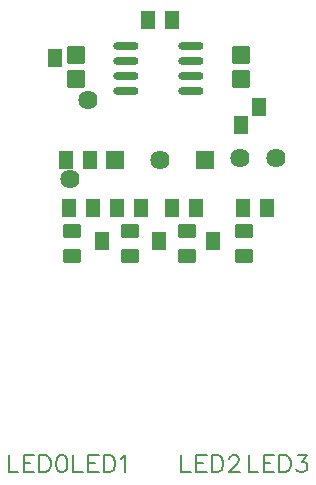
<source format=gts>
G04 Layer: TopSolderMaskLayer*
G04 EasyEDA v6.5.34, 2023-08-30 20:05:19*
G04 d9d8768bc7e54bd19914c32b40fdea81,ed70181f279245e6aff80281ee7dc86a,10*
G04 Gerber Generator version 0.2*
G04 Scale: 100 percent, Rotated: No, Reflected: No *
G04 Dimensions in millimeters *
G04 leading zeros omitted , absolute positions ,4 integer and 5 decimal *
%FSLAX45Y45*%
%MOMM*%

%AMMACRO1*1,1,$1,$2,$3*1,1,$1,$4,$5*1,1,$1,0-$2,0-$3*1,1,$1,0-$4,0-$5*20,1,$1,$2,$3,$4,$5,0*20,1,$1,$4,$5,0-$2,0-$3,0*20,1,$1,0-$2,0-$3,0-$4,0-$5,0*20,1,$1,0-$4,0-$5,$2,$3,0*4,1,4,$2,$3,$4,$5,0-$2,0-$3,0-$4,0-$5,$2,$3,0*%
%ADD10C,0.2000*%
%ADD11MACRO1,0.1016X-0.5663X-0.6885X-0.5663X0.6885*%
%ADD12O,2.1466048X0.68961*%
%ADD13MACRO1,0.1016X0.5663X-0.6885X0.5663X0.6885*%
%ADD14MACRO1,0.1016X-0.675X0.705X0.675X0.705*%
%ADD15MACRO1,0.1016X-0.675X-0.705X0.675X-0.705*%
%ADD16MACRO1,0.1016X0.675X-0.705X-0.675X-0.705*%
%ADD17MACRO1,0.1016X0.675X0.705X-0.675X0.705*%
%ADD18MACRO1,0.1016X0.6985X0.508X0.6985X-0.508*%
%ADD19MACRO1,0.1016X-0.7X-0.75X-0.7X0.75*%
%ADD20C,1.6256*%

%LPD*%
D10*
X3733800Y2488184D02*
G01*
X3733800Y2344928D01*
X3733800Y2344928D02*
G01*
X3815588Y2344928D01*
X3860545Y2488184D02*
G01*
X3860545Y2344928D01*
X3860545Y2488184D02*
G01*
X3949191Y2488184D01*
X3860545Y2419857D02*
G01*
X3915156Y2419857D01*
X3860545Y2344928D02*
G01*
X3949191Y2344928D01*
X3994150Y2488184D02*
G01*
X3994150Y2344928D01*
X3994150Y2488184D02*
G01*
X4041902Y2488184D01*
X4062475Y2481326D01*
X4076191Y2467610D01*
X4082795Y2454147D01*
X4089654Y2433573D01*
X4089654Y2399537D01*
X4082795Y2378963D01*
X4076191Y2365502D01*
X4062475Y2351786D01*
X4041902Y2344928D01*
X3994150Y2344928D01*
X4175506Y2488184D02*
G01*
X4155186Y2481326D01*
X4141470Y2461005D01*
X4134611Y2426715D01*
X4134611Y2406395D01*
X4141470Y2372360D01*
X4155186Y2351786D01*
X4175506Y2344928D01*
X4189222Y2344928D01*
X4209795Y2351786D01*
X4223258Y2372360D01*
X4230115Y2406395D01*
X4230115Y2426715D01*
X4223258Y2461005D01*
X4209795Y2481326D01*
X4189222Y2488184D01*
X4175506Y2488184D01*
X4279900Y2488184D02*
G01*
X4279900Y2344928D01*
X4279900Y2344928D02*
G01*
X4361688Y2344928D01*
X4406645Y2488184D02*
G01*
X4406645Y2344928D01*
X4406645Y2488184D02*
G01*
X4495291Y2488184D01*
X4406645Y2419857D02*
G01*
X4461256Y2419857D01*
X4406645Y2344928D02*
G01*
X4495291Y2344928D01*
X4540250Y2488184D02*
G01*
X4540250Y2344928D01*
X4540250Y2488184D02*
G01*
X4588002Y2488184D01*
X4608575Y2481326D01*
X4622291Y2467610D01*
X4628895Y2454147D01*
X4635754Y2433573D01*
X4635754Y2399537D01*
X4628895Y2378963D01*
X4622291Y2365502D01*
X4608575Y2351786D01*
X4588002Y2344928D01*
X4540250Y2344928D01*
X4680711Y2461005D02*
G01*
X4694427Y2467610D01*
X4715002Y2488184D01*
X4715002Y2344928D01*
X5194300Y2488184D02*
G01*
X5194300Y2344928D01*
X5194300Y2344928D02*
G01*
X5276088Y2344928D01*
X5321045Y2488184D02*
G01*
X5321045Y2344928D01*
X5321045Y2488184D02*
G01*
X5409691Y2488184D01*
X5321045Y2419857D02*
G01*
X5375656Y2419857D01*
X5321045Y2344928D02*
G01*
X5409691Y2344928D01*
X5454650Y2488184D02*
G01*
X5454650Y2344928D01*
X5454650Y2488184D02*
G01*
X5502402Y2488184D01*
X5522975Y2481326D01*
X5536691Y2467610D01*
X5543295Y2454147D01*
X5550154Y2433573D01*
X5550154Y2399537D01*
X5543295Y2378963D01*
X5536691Y2365502D01*
X5522975Y2351786D01*
X5502402Y2344928D01*
X5454650Y2344928D01*
X5601970Y2454147D02*
G01*
X5601970Y2461005D01*
X5608827Y2474468D01*
X5615686Y2481326D01*
X5629402Y2488184D01*
X5656579Y2488184D01*
X5670295Y2481326D01*
X5676900Y2474468D01*
X5683758Y2461005D01*
X5683758Y2447289D01*
X5676900Y2433573D01*
X5663438Y2413254D01*
X5595111Y2344928D01*
X5690615Y2344928D01*
X5765800Y2488184D02*
G01*
X5765800Y2344928D01*
X5765800Y2344928D02*
G01*
X5847588Y2344928D01*
X5892545Y2488184D02*
G01*
X5892545Y2344928D01*
X5892545Y2488184D02*
G01*
X5981191Y2488184D01*
X5892545Y2419857D02*
G01*
X5947156Y2419857D01*
X5892545Y2344928D02*
G01*
X5981191Y2344928D01*
X6026150Y2488184D02*
G01*
X6026150Y2344928D01*
X6026150Y2488184D02*
G01*
X6073902Y2488184D01*
X6094475Y2481326D01*
X6108191Y2467610D01*
X6114795Y2454147D01*
X6121654Y2433573D01*
X6121654Y2399537D01*
X6114795Y2378963D01*
X6108191Y2365502D01*
X6094475Y2351786D01*
X6073902Y2344928D01*
X6026150Y2344928D01*
X6180327Y2488184D02*
G01*
X6255258Y2488184D01*
X6214363Y2433573D01*
X6234938Y2433573D01*
X6248400Y2426715D01*
X6255258Y2419857D01*
X6262115Y2399537D01*
X6262115Y2385821D01*
X6255258Y2365502D01*
X6241795Y2351786D01*
X6221222Y2344928D01*
X6200902Y2344928D01*
X6180327Y2351786D01*
X6173470Y2358644D01*
X6166611Y2372360D01*
D11*
G01*
X4127505Y5854700D03*
G01*
X5854705Y5435600D03*
G01*
X5702305Y5283200D03*
G01*
X4521205Y4305300D03*
G01*
X5003805Y4305300D03*
G01*
X5461005Y4305300D03*
D12*
G01*
X4726559Y5956300D03*
G01*
X4726559Y5829300D03*
G01*
X4726559Y5702300D03*
G01*
X4726559Y5575300D03*
G01*
X5281040Y5956300D03*
G01*
X5281040Y5829300D03*
G01*
X5281040Y5702300D03*
G01*
X5281040Y5575300D03*
D11*
G01*
X4418004Y4991100D03*
D13*
G01*
X4217995Y4991100D03*
D11*
G01*
X5116504Y6172200D03*
D13*
G01*
X4916495Y6172200D03*
D14*
G01*
X5702300Y5678497D03*
D15*
G01*
X5702300Y5878502D03*
D16*
G01*
X4305300Y5878502D03*
D17*
G01*
X4305300Y5678497D03*
D11*
G01*
X5916604Y4584700D03*
D13*
G01*
X5716595Y4584700D03*
D11*
G01*
X5319704Y4584700D03*
D13*
G01*
X5119695Y4584700D03*
D11*
G01*
X4849804Y4584700D03*
D13*
G01*
X4649795Y4584700D03*
D11*
G01*
X4443404Y4584700D03*
D13*
G01*
X4243395Y4584700D03*
D18*
G01*
X4267225Y4386554D03*
G01*
X4267225Y4173194D03*
G01*
X4762525Y4386554D03*
G01*
X4762525Y4173194D03*
G01*
X5245125Y4386554D03*
G01*
X5245125Y4173194D03*
G01*
X5727725Y4386554D03*
G01*
X5727725Y4173194D03*
D19*
G01*
X4636508Y4991096D03*
G01*
X5396494Y4991096D03*
D20*
G01*
X5689600Y5003800D03*
G01*
X5994400Y5003800D03*
G01*
X4406900Y5499100D03*
G01*
X4254500Y4826000D03*
G01*
X5016500Y4991100D03*
M02*

</source>
